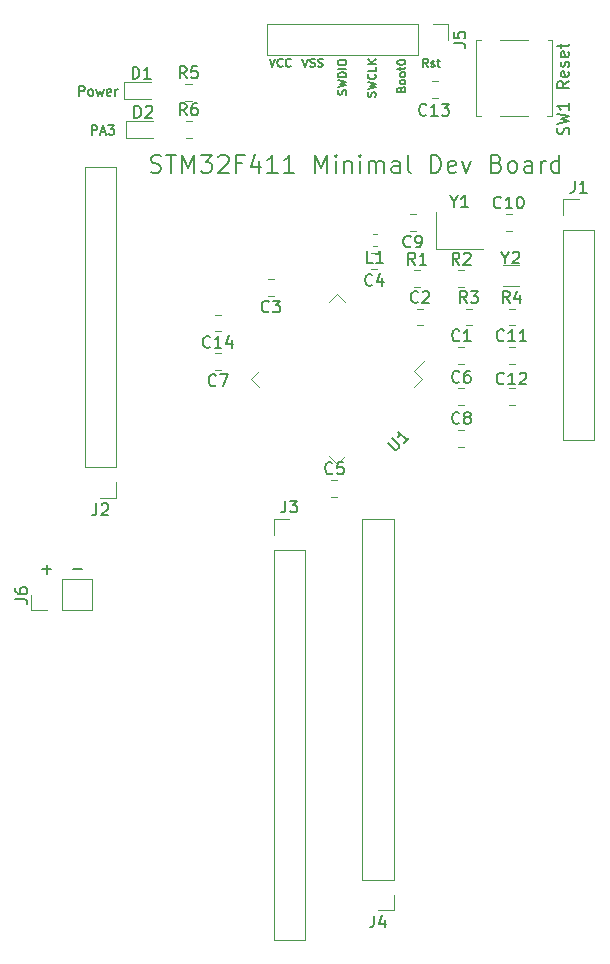
<source format=gbr>
G04 #@! TF.GenerationSoftware,KiCad,Pcbnew,5.1.2*
G04 #@! TF.CreationDate,2019-05-17T11:59:17-05:00*
G04 #@! TF.ProjectId,STM32F411Minimal,53544d33-3246-4343-9131-4d696e696d61,rev?*
G04 #@! TF.SameCoordinates,Original*
G04 #@! TF.FileFunction,Legend,Top*
G04 #@! TF.FilePolarity,Positive*
%FSLAX46Y46*%
G04 Gerber Fmt 4.6, Leading zero omitted, Abs format (unit mm)*
G04 Created by KiCad (PCBNEW 5.1.2) date 2019-05-17 11:59:17*
%MOMM*%
%LPD*%
G04 APERTURE LIST*
%ADD10C,0.150000*%
%ADD11C,0.120000*%
G04 APERTURE END LIST*
D10*
X111069047Y-126371428D02*
X111830952Y-126371428D01*
X111450000Y-126752380D02*
X111450000Y-125990476D01*
X113669047Y-126371428D02*
X114430952Y-126371428D01*
X155652380Y-85038095D02*
X155176190Y-85371428D01*
X155652380Y-85609523D02*
X154652380Y-85609523D01*
X154652380Y-85228571D01*
X154700000Y-85133333D01*
X154747619Y-85085714D01*
X154842857Y-85038095D01*
X154985714Y-85038095D01*
X155080952Y-85085714D01*
X155128571Y-85133333D01*
X155176190Y-85228571D01*
X155176190Y-85609523D01*
X155604761Y-84228571D02*
X155652380Y-84323809D01*
X155652380Y-84514285D01*
X155604761Y-84609523D01*
X155509523Y-84657142D01*
X155128571Y-84657142D01*
X155033333Y-84609523D01*
X154985714Y-84514285D01*
X154985714Y-84323809D01*
X155033333Y-84228571D01*
X155128571Y-84180952D01*
X155223809Y-84180952D01*
X155319047Y-84657142D01*
X155604761Y-83800000D02*
X155652380Y-83704761D01*
X155652380Y-83514285D01*
X155604761Y-83419047D01*
X155509523Y-83371428D01*
X155461904Y-83371428D01*
X155366666Y-83419047D01*
X155319047Y-83514285D01*
X155319047Y-83657142D01*
X155271428Y-83752380D01*
X155176190Y-83800000D01*
X155128571Y-83800000D01*
X155033333Y-83752380D01*
X154985714Y-83657142D01*
X154985714Y-83514285D01*
X155033333Y-83419047D01*
X155604761Y-82561904D02*
X155652380Y-82657142D01*
X155652380Y-82847619D01*
X155604761Y-82942857D01*
X155509523Y-82990476D01*
X155128571Y-82990476D01*
X155033333Y-82942857D01*
X154985714Y-82847619D01*
X154985714Y-82657142D01*
X155033333Y-82561904D01*
X155128571Y-82514285D01*
X155223809Y-82514285D01*
X155319047Y-82990476D01*
X154985714Y-82228571D02*
X154985714Y-81847619D01*
X154652380Y-82085714D02*
X155509523Y-82085714D01*
X155604761Y-82038095D01*
X155652380Y-81942857D01*
X155652380Y-81847619D01*
X115266666Y-89561904D02*
X115266666Y-88761904D01*
X115571428Y-88761904D01*
X115647619Y-88800000D01*
X115685714Y-88838095D01*
X115723809Y-88914285D01*
X115723809Y-89028571D01*
X115685714Y-89104761D01*
X115647619Y-89142857D01*
X115571428Y-89180952D01*
X115266666Y-89180952D01*
X116028571Y-89333333D02*
X116409523Y-89333333D01*
X115952380Y-89561904D02*
X116219047Y-88761904D01*
X116485714Y-89561904D01*
X116676190Y-88761904D02*
X117171428Y-88761904D01*
X116904761Y-89066666D01*
X117019047Y-89066666D01*
X117095238Y-89104761D01*
X117133333Y-89142857D01*
X117171428Y-89219047D01*
X117171428Y-89409523D01*
X117133333Y-89485714D01*
X117095238Y-89523809D01*
X117019047Y-89561904D01*
X116790476Y-89561904D01*
X116714285Y-89523809D01*
X116676190Y-89485714D01*
X114219047Y-86261904D02*
X114219047Y-85461904D01*
X114523809Y-85461904D01*
X114600000Y-85500000D01*
X114638095Y-85538095D01*
X114676190Y-85614285D01*
X114676190Y-85728571D01*
X114638095Y-85804761D01*
X114600000Y-85842857D01*
X114523809Y-85880952D01*
X114219047Y-85880952D01*
X115133333Y-86261904D02*
X115057142Y-86223809D01*
X115019047Y-86185714D01*
X114980952Y-86109523D01*
X114980952Y-85880952D01*
X115019047Y-85804761D01*
X115057142Y-85766666D01*
X115133333Y-85728571D01*
X115247619Y-85728571D01*
X115323809Y-85766666D01*
X115361904Y-85804761D01*
X115400000Y-85880952D01*
X115400000Y-86109523D01*
X115361904Y-86185714D01*
X115323809Y-86223809D01*
X115247619Y-86261904D01*
X115133333Y-86261904D01*
X115666666Y-85728571D02*
X115819047Y-86261904D01*
X115971428Y-85880952D01*
X116123809Y-86261904D01*
X116276190Y-85728571D01*
X116885714Y-86223809D02*
X116809523Y-86261904D01*
X116657142Y-86261904D01*
X116580952Y-86223809D01*
X116542857Y-86147619D01*
X116542857Y-85842857D01*
X116580952Y-85766666D01*
X116657142Y-85728571D01*
X116809523Y-85728571D01*
X116885714Y-85766666D01*
X116923809Y-85842857D01*
X116923809Y-85919047D01*
X116542857Y-85995238D01*
X117266666Y-86261904D02*
X117266666Y-85728571D01*
X117266666Y-85880952D02*
X117304761Y-85804761D01*
X117342857Y-85766666D01*
X117419047Y-85728571D01*
X117495238Y-85728571D01*
X143733333Y-83816666D02*
X143500000Y-83483333D01*
X143333333Y-83816666D02*
X143333333Y-83116666D01*
X143600000Y-83116666D01*
X143666666Y-83150000D01*
X143700000Y-83183333D01*
X143733333Y-83250000D01*
X143733333Y-83350000D01*
X143700000Y-83416666D01*
X143666666Y-83450000D01*
X143600000Y-83483333D01*
X143333333Y-83483333D01*
X144000000Y-83783333D02*
X144066666Y-83816666D01*
X144200000Y-83816666D01*
X144266666Y-83783333D01*
X144300000Y-83716666D01*
X144300000Y-83683333D01*
X144266666Y-83616666D01*
X144200000Y-83583333D01*
X144100000Y-83583333D01*
X144033333Y-83550000D01*
X144000000Y-83483333D01*
X144000000Y-83450000D01*
X144033333Y-83383333D01*
X144100000Y-83350000D01*
X144200000Y-83350000D01*
X144266666Y-83383333D01*
X144500000Y-83350000D02*
X144766666Y-83350000D01*
X144600000Y-83116666D02*
X144600000Y-83716666D01*
X144633333Y-83783333D01*
X144700000Y-83816666D01*
X144766666Y-83816666D01*
X141450000Y-85716666D02*
X141483333Y-85616666D01*
X141516666Y-85583333D01*
X141583333Y-85550000D01*
X141683333Y-85550000D01*
X141750000Y-85583333D01*
X141783333Y-85616666D01*
X141816666Y-85683333D01*
X141816666Y-85950000D01*
X141116666Y-85950000D01*
X141116666Y-85716666D01*
X141150000Y-85650000D01*
X141183333Y-85616666D01*
X141250000Y-85583333D01*
X141316666Y-85583333D01*
X141383333Y-85616666D01*
X141416666Y-85650000D01*
X141450000Y-85716666D01*
X141450000Y-85950000D01*
X141816666Y-85150000D02*
X141783333Y-85216666D01*
X141750000Y-85250000D01*
X141683333Y-85283333D01*
X141483333Y-85283333D01*
X141416666Y-85250000D01*
X141383333Y-85216666D01*
X141350000Y-85150000D01*
X141350000Y-85050000D01*
X141383333Y-84983333D01*
X141416666Y-84950000D01*
X141483333Y-84916666D01*
X141683333Y-84916666D01*
X141750000Y-84950000D01*
X141783333Y-84983333D01*
X141816666Y-85050000D01*
X141816666Y-85150000D01*
X141816666Y-84516666D02*
X141783333Y-84583333D01*
X141750000Y-84616666D01*
X141683333Y-84650000D01*
X141483333Y-84650000D01*
X141416666Y-84616666D01*
X141383333Y-84583333D01*
X141350000Y-84516666D01*
X141350000Y-84416666D01*
X141383333Y-84350000D01*
X141416666Y-84316666D01*
X141483333Y-84283333D01*
X141683333Y-84283333D01*
X141750000Y-84316666D01*
X141783333Y-84350000D01*
X141816666Y-84416666D01*
X141816666Y-84516666D01*
X141350000Y-84083333D02*
X141350000Y-83816666D01*
X141116666Y-83983333D02*
X141716666Y-83983333D01*
X141783333Y-83950000D01*
X141816666Y-83883333D01*
X141816666Y-83816666D01*
X141116666Y-83450000D02*
X141116666Y-83383333D01*
X141150000Y-83316666D01*
X141183333Y-83283333D01*
X141250000Y-83250000D01*
X141383333Y-83216666D01*
X141550000Y-83216666D01*
X141683333Y-83250000D01*
X141750000Y-83283333D01*
X141783333Y-83316666D01*
X141816666Y-83383333D01*
X141816666Y-83450000D01*
X141783333Y-83516666D01*
X141750000Y-83550000D01*
X141683333Y-83583333D01*
X141550000Y-83616666D01*
X141383333Y-83616666D01*
X141250000Y-83583333D01*
X141183333Y-83550000D01*
X141150000Y-83516666D01*
X141116666Y-83450000D01*
X139283333Y-86333333D02*
X139316666Y-86233333D01*
X139316666Y-86066666D01*
X139283333Y-86000000D01*
X139250000Y-85966666D01*
X139183333Y-85933333D01*
X139116666Y-85933333D01*
X139050000Y-85966666D01*
X139016666Y-86000000D01*
X138983333Y-86066666D01*
X138950000Y-86200000D01*
X138916666Y-86266666D01*
X138883333Y-86300000D01*
X138816666Y-86333333D01*
X138750000Y-86333333D01*
X138683333Y-86300000D01*
X138650000Y-86266666D01*
X138616666Y-86200000D01*
X138616666Y-86033333D01*
X138650000Y-85933333D01*
X138616666Y-85700000D02*
X139316666Y-85533333D01*
X138816666Y-85400000D01*
X139316666Y-85266666D01*
X138616666Y-85100000D01*
X139250000Y-84433333D02*
X139283333Y-84466666D01*
X139316666Y-84566666D01*
X139316666Y-84633333D01*
X139283333Y-84733333D01*
X139216666Y-84800000D01*
X139150000Y-84833333D01*
X139016666Y-84866666D01*
X138916666Y-84866666D01*
X138783333Y-84833333D01*
X138716666Y-84800000D01*
X138650000Y-84733333D01*
X138616666Y-84633333D01*
X138616666Y-84566666D01*
X138650000Y-84466666D01*
X138683333Y-84433333D01*
X139316666Y-83800000D02*
X139316666Y-84133333D01*
X138616666Y-84133333D01*
X139316666Y-83566666D02*
X138616666Y-83566666D01*
X139316666Y-83166666D02*
X138916666Y-83466666D01*
X138616666Y-83166666D02*
X139016666Y-83566666D01*
X136783333Y-86183333D02*
X136816666Y-86083333D01*
X136816666Y-85916666D01*
X136783333Y-85850000D01*
X136750000Y-85816666D01*
X136683333Y-85783333D01*
X136616666Y-85783333D01*
X136550000Y-85816666D01*
X136516666Y-85850000D01*
X136483333Y-85916666D01*
X136450000Y-86050000D01*
X136416666Y-86116666D01*
X136383333Y-86150000D01*
X136316666Y-86183333D01*
X136250000Y-86183333D01*
X136183333Y-86150000D01*
X136150000Y-86116666D01*
X136116666Y-86050000D01*
X136116666Y-85883333D01*
X136150000Y-85783333D01*
X136116666Y-85550000D02*
X136816666Y-85383333D01*
X136316666Y-85250000D01*
X136816666Y-85116666D01*
X136116666Y-84950000D01*
X136816666Y-84683333D02*
X136116666Y-84683333D01*
X136116666Y-84516666D01*
X136150000Y-84416666D01*
X136216666Y-84350000D01*
X136283333Y-84316666D01*
X136416666Y-84283333D01*
X136516666Y-84283333D01*
X136650000Y-84316666D01*
X136716666Y-84350000D01*
X136783333Y-84416666D01*
X136816666Y-84516666D01*
X136816666Y-84683333D01*
X136816666Y-83983333D02*
X136116666Y-83983333D01*
X136116666Y-83516666D02*
X136116666Y-83383333D01*
X136150000Y-83316666D01*
X136216666Y-83250000D01*
X136350000Y-83216666D01*
X136583333Y-83216666D01*
X136716666Y-83250000D01*
X136783333Y-83316666D01*
X136816666Y-83383333D01*
X136816666Y-83516666D01*
X136783333Y-83583333D01*
X136716666Y-83650000D01*
X136583333Y-83683333D01*
X136350000Y-83683333D01*
X136216666Y-83650000D01*
X136150000Y-83583333D01*
X136116666Y-83516666D01*
X133100000Y-83116666D02*
X133333333Y-83816666D01*
X133566666Y-83116666D01*
X133766666Y-83783333D02*
X133866666Y-83816666D01*
X134033333Y-83816666D01*
X134100000Y-83783333D01*
X134133333Y-83750000D01*
X134166666Y-83683333D01*
X134166666Y-83616666D01*
X134133333Y-83550000D01*
X134100000Y-83516666D01*
X134033333Y-83483333D01*
X133900000Y-83450000D01*
X133833333Y-83416666D01*
X133800000Y-83383333D01*
X133766666Y-83316666D01*
X133766666Y-83250000D01*
X133800000Y-83183333D01*
X133833333Y-83150000D01*
X133900000Y-83116666D01*
X134066666Y-83116666D01*
X134166666Y-83150000D01*
X134433333Y-83783333D02*
X134533333Y-83816666D01*
X134700000Y-83816666D01*
X134766666Y-83783333D01*
X134800000Y-83750000D01*
X134833333Y-83683333D01*
X134833333Y-83616666D01*
X134800000Y-83550000D01*
X134766666Y-83516666D01*
X134700000Y-83483333D01*
X134566666Y-83450000D01*
X134500000Y-83416666D01*
X134466666Y-83383333D01*
X134433333Y-83316666D01*
X134433333Y-83250000D01*
X134466666Y-83183333D01*
X134500000Y-83150000D01*
X134566666Y-83116666D01*
X134733333Y-83116666D01*
X134833333Y-83150000D01*
X130316666Y-83116666D02*
X130550000Y-83816666D01*
X130783333Y-83116666D01*
X131416666Y-83750000D02*
X131383333Y-83783333D01*
X131283333Y-83816666D01*
X131216666Y-83816666D01*
X131116666Y-83783333D01*
X131050000Y-83716666D01*
X131016666Y-83650000D01*
X130983333Y-83516666D01*
X130983333Y-83416666D01*
X131016666Y-83283333D01*
X131050000Y-83216666D01*
X131116666Y-83150000D01*
X131216666Y-83116666D01*
X131283333Y-83116666D01*
X131383333Y-83150000D01*
X131416666Y-83183333D01*
X132116666Y-83750000D02*
X132083333Y-83783333D01*
X131983333Y-83816666D01*
X131916666Y-83816666D01*
X131816666Y-83783333D01*
X131750000Y-83716666D01*
X131716666Y-83650000D01*
X131683333Y-83516666D01*
X131683333Y-83416666D01*
X131716666Y-83283333D01*
X131750000Y-83216666D01*
X131816666Y-83150000D01*
X131916666Y-83116666D01*
X131983333Y-83116666D01*
X132083333Y-83150000D01*
X132116666Y-83183333D01*
X120278571Y-92707142D02*
X120492857Y-92778571D01*
X120849999Y-92778571D01*
X120992857Y-92707142D01*
X121064285Y-92635714D01*
X121135714Y-92492857D01*
X121135714Y-92350000D01*
X121064285Y-92207142D01*
X120992857Y-92135714D01*
X120849999Y-92064285D01*
X120564285Y-91992857D01*
X120421428Y-91921428D01*
X120349999Y-91850000D01*
X120278571Y-91707142D01*
X120278571Y-91564285D01*
X120349999Y-91421428D01*
X120421428Y-91350000D01*
X120564285Y-91278571D01*
X120921428Y-91278571D01*
X121135714Y-91350000D01*
X121564285Y-91278571D02*
X122421428Y-91278571D01*
X121992857Y-92778571D02*
X121992857Y-91278571D01*
X122921428Y-92778571D02*
X122921428Y-91278571D01*
X123421428Y-92350000D01*
X123921428Y-91278571D01*
X123921428Y-92778571D01*
X124492857Y-91278571D02*
X125421428Y-91278571D01*
X124921428Y-91850000D01*
X125135714Y-91850000D01*
X125278571Y-91921428D01*
X125349999Y-91992857D01*
X125421428Y-92135714D01*
X125421428Y-92492857D01*
X125349999Y-92635714D01*
X125278571Y-92707142D01*
X125135714Y-92778571D01*
X124707142Y-92778571D01*
X124564285Y-92707142D01*
X124492857Y-92635714D01*
X125992857Y-91421428D02*
X126064285Y-91350000D01*
X126207142Y-91278571D01*
X126564285Y-91278571D01*
X126707142Y-91350000D01*
X126778571Y-91421428D01*
X126849999Y-91564285D01*
X126849999Y-91707142D01*
X126778571Y-91921428D01*
X125921428Y-92778571D01*
X126849999Y-92778571D01*
X127992857Y-91992857D02*
X127492857Y-91992857D01*
X127492857Y-92778571D02*
X127492857Y-91278571D01*
X128207142Y-91278571D01*
X129421428Y-91778571D02*
X129421428Y-92778571D01*
X129064285Y-91207142D02*
X128707142Y-92278571D01*
X129635714Y-92278571D01*
X130992857Y-92778571D02*
X130135714Y-92778571D01*
X130564285Y-92778571D02*
X130564285Y-91278571D01*
X130421428Y-91492857D01*
X130278571Y-91635714D01*
X130135714Y-91707142D01*
X132421428Y-92778571D02*
X131564285Y-92778571D01*
X131992857Y-92778571D02*
X131992857Y-91278571D01*
X131849999Y-91492857D01*
X131707142Y-91635714D01*
X131564285Y-91707142D01*
X134207142Y-92778571D02*
X134207142Y-91278571D01*
X134707142Y-92350000D01*
X135207142Y-91278571D01*
X135207142Y-92778571D01*
X135921428Y-92778571D02*
X135921428Y-91778571D01*
X135921428Y-91278571D02*
X135850000Y-91350000D01*
X135921428Y-91421428D01*
X135992857Y-91350000D01*
X135921428Y-91278571D01*
X135921428Y-91421428D01*
X136635714Y-91778571D02*
X136635714Y-92778571D01*
X136635714Y-91921428D02*
X136707142Y-91850000D01*
X136850000Y-91778571D01*
X137064285Y-91778571D01*
X137207142Y-91850000D01*
X137278571Y-91992857D01*
X137278571Y-92778571D01*
X137992857Y-92778571D02*
X137992857Y-91778571D01*
X137992857Y-91278571D02*
X137921428Y-91350000D01*
X137992857Y-91421428D01*
X138064285Y-91350000D01*
X137992857Y-91278571D01*
X137992857Y-91421428D01*
X138707142Y-92778571D02*
X138707142Y-91778571D01*
X138707142Y-91921428D02*
X138778571Y-91850000D01*
X138921428Y-91778571D01*
X139135714Y-91778571D01*
X139278571Y-91850000D01*
X139350000Y-91992857D01*
X139350000Y-92778571D01*
X139350000Y-91992857D02*
X139421428Y-91850000D01*
X139564285Y-91778571D01*
X139778571Y-91778571D01*
X139921428Y-91850000D01*
X139992857Y-91992857D01*
X139992857Y-92778571D01*
X141350000Y-92778571D02*
X141350000Y-91992857D01*
X141278571Y-91850000D01*
X141135714Y-91778571D01*
X140850000Y-91778571D01*
X140707142Y-91850000D01*
X141350000Y-92707142D02*
X141207142Y-92778571D01*
X140850000Y-92778571D01*
X140707142Y-92707142D01*
X140635714Y-92564285D01*
X140635714Y-92421428D01*
X140707142Y-92278571D01*
X140850000Y-92207142D01*
X141207142Y-92207142D01*
X141350000Y-92135714D01*
X142278571Y-92778571D02*
X142135714Y-92707142D01*
X142064285Y-92564285D01*
X142064285Y-91278571D01*
X143992857Y-92778571D02*
X143992857Y-91278571D01*
X144350000Y-91278571D01*
X144564285Y-91350000D01*
X144707142Y-91492857D01*
X144778571Y-91635714D01*
X144850000Y-91921428D01*
X144850000Y-92135714D01*
X144778571Y-92421428D01*
X144707142Y-92564285D01*
X144564285Y-92707142D01*
X144350000Y-92778571D01*
X143992857Y-92778571D01*
X146064285Y-92707142D02*
X145921428Y-92778571D01*
X145635714Y-92778571D01*
X145492857Y-92707142D01*
X145421428Y-92564285D01*
X145421428Y-91992857D01*
X145492857Y-91850000D01*
X145635714Y-91778571D01*
X145921428Y-91778571D01*
X146064285Y-91850000D01*
X146135714Y-91992857D01*
X146135714Y-92135714D01*
X145421428Y-92278571D01*
X146635714Y-91778571D02*
X146992857Y-92778571D01*
X147350000Y-91778571D01*
X149564285Y-91992857D02*
X149778571Y-92064285D01*
X149850000Y-92135714D01*
X149921428Y-92278571D01*
X149921428Y-92492857D01*
X149850000Y-92635714D01*
X149778571Y-92707142D01*
X149635714Y-92778571D01*
X149064285Y-92778571D01*
X149064285Y-91278571D01*
X149564285Y-91278571D01*
X149707142Y-91350000D01*
X149778571Y-91421428D01*
X149850000Y-91564285D01*
X149850000Y-91707142D01*
X149778571Y-91850000D01*
X149707142Y-91921428D01*
X149564285Y-91992857D01*
X149064285Y-91992857D01*
X150778571Y-92778571D02*
X150635714Y-92707142D01*
X150564285Y-92635714D01*
X150492857Y-92492857D01*
X150492857Y-92064285D01*
X150564285Y-91921428D01*
X150635714Y-91850000D01*
X150778571Y-91778571D01*
X150992857Y-91778571D01*
X151135714Y-91850000D01*
X151207142Y-91921428D01*
X151278571Y-92064285D01*
X151278571Y-92492857D01*
X151207142Y-92635714D01*
X151135714Y-92707142D01*
X150992857Y-92778571D01*
X150778571Y-92778571D01*
X152564285Y-92778571D02*
X152564285Y-91992857D01*
X152492857Y-91850000D01*
X152350000Y-91778571D01*
X152064285Y-91778571D01*
X151921428Y-91850000D01*
X152564285Y-92707142D02*
X152421428Y-92778571D01*
X152064285Y-92778571D01*
X151921428Y-92707142D01*
X151850000Y-92564285D01*
X151850000Y-92421428D01*
X151921428Y-92278571D01*
X152064285Y-92207142D01*
X152421428Y-92207142D01*
X152564285Y-92135714D01*
X153278571Y-92778571D02*
X153278571Y-91778571D01*
X153278571Y-92064285D02*
X153350000Y-91921428D01*
X153421428Y-91850000D01*
X153564285Y-91778571D01*
X153707142Y-91778571D01*
X154850000Y-92778571D02*
X154850000Y-91278571D01*
X154850000Y-92707142D02*
X154707142Y-92778571D01*
X154421428Y-92778571D01*
X154278571Y-92707142D01*
X154207142Y-92635714D01*
X154135714Y-92492857D01*
X154135714Y-92064285D01*
X154207142Y-91921428D01*
X154278571Y-91850000D01*
X154421428Y-91778571D01*
X154707142Y-91778571D01*
X154850000Y-91850000D01*
D11*
X146303922Y-107540000D02*
X146821078Y-107540000D01*
X146303922Y-108960000D02*
X146821078Y-108960000D01*
X142803922Y-105710000D02*
X143321078Y-105710000D01*
X142803922Y-104290000D02*
X143321078Y-104290000D01*
X130696078Y-101790000D02*
X130178922Y-101790000D01*
X130696078Y-103210000D02*
X130178922Y-103210000D01*
X139446078Y-100960000D02*
X138928922Y-100960000D01*
X139446078Y-99540000D02*
X138928922Y-99540000D01*
X135553922Y-118790000D02*
X136071078Y-118790000D01*
X135553922Y-120210000D02*
X136071078Y-120210000D01*
X146303922Y-112460000D02*
X146821078Y-112460000D01*
X146303922Y-111040000D02*
X146821078Y-111040000D01*
X126196078Y-109460000D02*
X125678922Y-109460000D01*
X126196078Y-108040000D02*
X125678922Y-108040000D01*
X146303922Y-115960000D02*
X146821078Y-115960000D01*
X146303922Y-114540000D02*
X146821078Y-114540000D01*
X142696078Y-97710000D02*
X142178922Y-97710000D01*
X142696078Y-96290000D02*
X142178922Y-96290000D01*
X150303922Y-97710000D02*
X150821078Y-97710000D01*
X150303922Y-96290000D02*
X150821078Y-96290000D01*
X150553922Y-107540000D02*
X151071078Y-107540000D01*
X150553922Y-108960000D02*
X151071078Y-108960000D01*
X151071078Y-111040000D02*
X150553922Y-111040000D01*
X151071078Y-112460000D02*
X150553922Y-112460000D01*
X144053922Y-85040000D02*
X144571078Y-85040000D01*
X144053922Y-86460000D02*
X144571078Y-86460000D01*
X126196078Y-104790000D02*
X125678922Y-104790000D01*
X126196078Y-106210000D02*
X125678922Y-106210000D01*
X155170000Y-115450000D02*
X157830000Y-115450000D01*
X155170000Y-97610000D02*
X155170000Y-115450000D01*
X157830000Y-97610000D02*
X157830000Y-115450000D01*
X155170000Y-97610000D02*
X157830000Y-97610000D01*
X155170000Y-96340000D02*
X155170000Y-95010000D01*
X155170000Y-95010000D02*
X156500000Y-95010000D01*
X117330000Y-92270000D02*
X114670000Y-92270000D01*
X117330000Y-117730000D02*
X117330000Y-92270000D01*
X114670000Y-117730000D02*
X114670000Y-92270000D01*
X117330000Y-117730000D02*
X114670000Y-117730000D01*
X117330000Y-119000000D02*
X117330000Y-120330000D01*
X117330000Y-120330000D02*
X116000000Y-120330000D01*
X130670000Y-157770000D02*
X133330000Y-157770000D01*
X130670000Y-124690000D02*
X130670000Y-157770000D01*
X133330000Y-124690000D02*
X133330000Y-157770000D01*
X130670000Y-124690000D02*
X133330000Y-124690000D01*
X130670000Y-123420000D02*
X130670000Y-122090000D01*
X130670000Y-122090000D02*
X132000000Y-122090000D01*
X140830000Y-122090000D02*
X138170000Y-122090000D01*
X140830000Y-152630000D02*
X140830000Y-122090000D01*
X138170000Y-152630000D02*
X138170000Y-122090000D01*
X140830000Y-152630000D02*
X138170000Y-152630000D01*
X140830000Y-153900000D02*
X140830000Y-155230000D01*
X140830000Y-155230000D02*
X139500000Y-155230000D01*
X130090000Y-80170000D02*
X130090000Y-82830000D01*
X142850000Y-80170000D02*
X130090000Y-80170000D01*
X142850000Y-82830000D02*
X130090000Y-82830000D01*
X142850000Y-80170000D02*
X142850000Y-82830000D01*
X144120000Y-80170000D02*
X145450000Y-80170000D01*
X145450000Y-80170000D02*
X145450000Y-81500000D01*
X142553922Y-102460000D02*
X143071078Y-102460000D01*
X142553922Y-101040000D02*
X143071078Y-101040000D01*
X146303922Y-101040000D02*
X146821078Y-101040000D01*
X146303922Y-102460000D02*
X146821078Y-102460000D01*
X146928922Y-104290000D02*
X147446078Y-104290000D01*
X146928922Y-105710000D02*
X147446078Y-105710000D01*
X150553922Y-105710000D02*
X151071078Y-105710000D01*
X150553922Y-104290000D02*
X151071078Y-104290000D01*
X153800000Y-87960000D02*
X154210000Y-87960000D01*
X154210000Y-87960000D02*
X154210000Y-81540000D01*
X154210000Y-81540000D02*
X153930000Y-81540000D01*
X152200000Y-81540000D02*
X149800000Y-81540000D01*
X148200000Y-81540000D02*
X147790000Y-81540000D01*
X147790000Y-81540000D02*
X147790000Y-87960000D01*
X147790000Y-87960000D02*
X148200000Y-87960000D01*
X149800000Y-87960000D02*
X152200000Y-87960000D01*
X129445120Y-109578249D02*
X128773369Y-110250000D01*
X128773369Y-110250000D02*
X129445120Y-110921751D01*
X135328249Y-103695120D02*
X136000000Y-103023369D01*
X136000000Y-103023369D02*
X136671751Y-103695120D01*
X136671751Y-116804880D02*
X136000000Y-117476631D01*
X136000000Y-117476631D02*
X135328249Y-116804880D01*
X142554880Y-110921751D02*
X143226631Y-110250000D01*
X143226631Y-110250000D02*
X142554880Y-109578249D01*
X142554880Y-109578249D02*
X143502403Y-108630725D01*
X144400000Y-96125000D02*
X144400000Y-99275000D01*
X144400000Y-99275000D02*
X148400000Y-99275000D01*
X151425000Y-100625000D02*
X150075000Y-100625000D01*
X151425000Y-102375000D02*
X150075000Y-102375000D01*
X139412779Y-99010000D02*
X139087221Y-99010000D01*
X139412779Y-97990000D02*
X139087221Y-97990000D01*
X120262500Y-85060001D02*
X117977500Y-85060001D01*
X117977500Y-85060001D02*
X117977500Y-86530001D01*
X117977500Y-86530001D02*
X120262500Y-86530001D01*
X123196423Y-85265001D02*
X123713579Y-85265001D01*
X123196423Y-86685001D02*
X123713579Y-86685001D01*
X120412500Y-88365000D02*
X118127500Y-88365000D01*
X118127500Y-88365000D02*
X118127500Y-89835000D01*
X118127500Y-89835000D02*
X120412500Y-89835000D01*
X123203922Y-88390000D02*
X123721078Y-88390000D01*
X123203922Y-89810000D02*
X123721078Y-89810000D01*
X115320000Y-129830000D02*
X115320000Y-127170000D01*
X112720000Y-129830000D02*
X115320000Y-129830000D01*
X112720000Y-127170000D02*
X115320000Y-127170000D01*
X112720000Y-129830000D02*
X112720000Y-127170000D01*
X111450000Y-129830000D02*
X110120000Y-129830000D01*
X110120000Y-129830000D02*
X110120000Y-128500000D01*
D10*
X146395833Y-106957142D02*
X146348214Y-107004761D01*
X146205357Y-107052380D01*
X146110119Y-107052380D01*
X145967261Y-107004761D01*
X145872023Y-106909523D01*
X145824404Y-106814285D01*
X145776785Y-106623809D01*
X145776785Y-106480952D01*
X145824404Y-106290476D01*
X145872023Y-106195238D01*
X145967261Y-106100000D01*
X146110119Y-106052380D01*
X146205357Y-106052380D01*
X146348214Y-106100000D01*
X146395833Y-106147619D01*
X147348214Y-107052380D02*
X146776785Y-107052380D01*
X147062500Y-107052380D02*
X147062500Y-106052380D01*
X146967261Y-106195238D01*
X146872023Y-106290476D01*
X146776785Y-106338095D01*
X142895833Y-103707142D02*
X142848214Y-103754761D01*
X142705357Y-103802380D01*
X142610119Y-103802380D01*
X142467261Y-103754761D01*
X142372023Y-103659523D01*
X142324404Y-103564285D01*
X142276785Y-103373809D01*
X142276785Y-103230952D01*
X142324404Y-103040476D01*
X142372023Y-102945238D01*
X142467261Y-102850000D01*
X142610119Y-102802380D01*
X142705357Y-102802380D01*
X142848214Y-102850000D01*
X142895833Y-102897619D01*
X143276785Y-102897619D02*
X143324404Y-102850000D01*
X143419642Y-102802380D01*
X143657738Y-102802380D01*
X143752976Y-102850000D01*
X143800595Y-102897619D01*
X143848214Y-102992857D01*
X143848214Y-103088095D01*
X143800595Y-103230952D01*
X143229166Y-103802380D01*
X143848214Y-103802380D01*
X130270833Y-104507142D02*
X130223214Y-104554761D01*
X130080357Y-104602380D01*
X129985119Y-104602380D01*
X129842261Y-104554761D01*
X129747023Y-104459523D01*
X129699404Y-104364285D01*
X129651785Y-104173809D01*
X129651785Y-104030952D01*
X129699404Y-103840476D01*
X129747023Y-103745238D01*
X129842261Y-103650000D01*
X129985119Y-103602380D01*
X130080357Y-103602380D01*
X130223214Y-103650000D01*
X130270833Y-103697619D01*
X130604166Y-103602380D02*
X131223214Y-103602380D01*
X130889880Y-103983333D01*
X131032738Y-103983333D01*
X131127976Y-104030952D01*
X131175595Y-104078571D01*
X131223214Y-104173809D01*
X131223214Y-104411904D01*
X131175595Y-104507142D01*
X131127976Y-104554761D01*
X131032738Y-104602380D01*
X130747023Y-104602380D01*
X130651785Y-104554761D01*
X130604166Y-104507142D01*
X139020833Y-102257142D02*
X138973214Y-102304761D01*
X138830357Y-102352380D01*
X138735119Y-102352380D01*
X138592261Y-102304761D01*
X138497023Y-102209523D01*
X138449404Y-102114285D01*
X138401785Y-101923809D01*
X138401785Y-101780952D01*
X138449404Y-101590476D01*
X138497023Y-101495238D01*
X138592261Y-101400000D01*
X138735119Y-101352380D01*
X138830357Y-101352380D01*
X138973214Y-101400000D01*
X139020833Y-101447619D01*
X139877976Y-101685714D02*
X139877976Y-102352380D01*
X139639880Y-101304761D02*
X139401785Y-102019047D01*
X140020833Y-102019047D01*
X135645833Y-118207142D02*
X135598214Y-118254761D01*
X135455357Y-118302380D01*
X135360119Y-118302380D01*
X135217261Y-118254761D01*
X135122023Y-118159523D01*
X135074404Y-118064285D01*
X135026785Y-117873809D01*
X135026785Y-117730952D01*
X135074404Y-117540476D01*
X135122023Y-117445238D01*
X135217261Y-117350000D01*
X135360119Y-117302380D01*
X135455357Y-117302380D01*
X135598214Y-117350000D01*
X135645833Y-117397619D01*
X136550595Y-117302380D02*
X136074404Y-117302380D01*
X136026785Y-117778571D01*
X136074404Y-117730952D01*
X136169642Y-117683333D01*
X136407738Y-117683333D01*
X136502976Y-117730952D01*
X136550595Y-117778571D01*
X136598214Y-117873809D01*
X136598214Y-118111904D01*
X136550595Y-118207142D01*
X136502976Y-118254761D01*
X136407738Y-118302380D01*
X136169642Y-118302380D01*
X136074404Y-118254761D01*
X136026785Y-118207142D01*
X146395833Y-110457142D02*
X146348214Y-110504761D01*
X146205357Y-110552380D01*
X146110119Y-110552380D01*
X145967261Y-110504761D01*
X145872023Y-110409523D01*
X145824404Y-110314285D01*
X145776785Y-110123809D01*
X145776785Y-109980952D01*
X145824404Y-109790476D01*
X145872023Y-109695238D01*
X145967261Y-109600000D01*
X146110119Y-109552380D01*
X146205357Y-109552380D01*
X146348214Y-109600000D01*
X146395833Y-109647619D01*
X147252976Y-109552380D02*
X147062500Y-109552380D01*
X146967261Y-109600000D01*
X146919642Y-109647619D01*
X146824404Y-109790476D01*
X146776785Y-109980952D01*
X146776785Y-110361904D01*
X146824404Y-110457142D01*
X146872023Y-110504761D01*
X146967261Y-110552380D01*
X147157738Y-110552380D01*
X147252976Y-110504761D01*
X147300595Y-110457142D01*
X147348214Y-110361904D01*
X147348214Y-110123809D01*
X147300595Y-110028571D01*
X147252976Y-109980952D01*
X147157738Y-109933333D01*
X146967261Y-109933333D01*
X146872023Y-109980952D01*
X146824404Y-110028571D01*
X146776785Y-110123809D01*
X125770833Y-110757142D02*
X125723214Y-110804761D01*
X125580357Y-110852380D01*
X125485119Y-110852380D01*
X125342261Y-110804761D01*
X125247023Y-110709523D01*
X125199404Y-110614285D01*
X125151785Y-110423809D01*
X125151785Y-110280952D01*
X125199404Y-110090476D01*
X125247023Y-109995238D01*
X125342261Y-109900000D01*
X125485119Y-109852380D01*
X125580357Y-109852380D01*
X125723214Y-109900000D01*
X125770833Y-109947619D01*
X126104166Y-109852380D02*
X126770833Y-109852380D01*
X126342261Y-110852380D01*
X146395833Y-113957142D02*
X146348214Y-114004761D01*
X146205357Y-114052380D01*
X146110119Y-114052380D01*
X145967261Y-114004761D01*
X145872023Y-113909523D01*
X145824404Y-113814285D01*
X145776785Y-113623809D01*
X145776785Y-113480952D01*
X145824404Y-113290476D01*
X145872023Y-113195238D01*
X145967261Y-113100000D01*
X146110119Y-113052380D01*
X146205357Y-113052380D01*
X146348214Y-113100000D01*
X146395833Y-113147619D01*
X146967261Y-113480952D02*
X146872023Y-113433333D01*
X146824404Y-113385714D01*
X146776785Y-113290476D01*
X146776785Y-113242857D01*
X146824404Y-113147619D01*
X146872023Y-113100000D01*
X146967261Y-113052380D01*
X147157738Y-113052380D01*
X147252976Y-113100000D01*
X147300595Y-113147619D01*
X147348214Y-113242857D01*
X147348214Y-113290476D01*
X147300595Y-113385714D01*
X147252976Y-113433333D01*
X147157738Y-113480952D01*
X146967261Y-113480952D01*
X146872023Y-113528571D01*
X146824404Y-113576190D01*
X146776785Y-113671428D01*
X146776785Y-113861904D01*
X146824404Y-113957142D01*
X146872023Y-114004761D01*
X146967261Y-114052380D01*
X147157738Y-114052380D01*
X147252976Y-114004761D01*
X147300595Y-113957142D01*
X147348214Y-113861904D01*
X147348214Y-113671428D01*
X147300595Y-113576190D01*
X147252976Y-113528571D01*
X147157738Y-113480952D01*
X142270833Y-99007142D02*
X142223214Y-99054761D01*
X142080357Y-99102380D01*
X141985119Y-99102380D01*
X141842261Y-99054761D01*
X141747023Y-98959523D01*
X141699404Y-98864285D01*
X141651785Y-98673809D01*
X141651785Y-98530952D01*
X141699404Y-98340476D01*
X141747023Y-98245238D01*
X141842261Y-98150000D01*
X141985119Y-98102380D01*
X142080357Y-98102380D01*
X142223214Y-98150000D01*
X142270833Y-98197619D01*
X142747023Y-99102380D02*
X142937500Y-99102380D01*
X143032738Y-99054761D01*
X143080357Y-99007142D01*
X143175595Y-98864285D01*
X143223214Y-98673809D01*
X143223214Y-98292857D01*
X143175595Y-98197619D01*
X143127976Y-98150000D01*
X143032738Y-98102380D01*
X142842261Y-98102380D01*
X142747023Y-98150000D01*
X142699404Y-98197619D01*
X142651785Y-98292857D01*
X142651785Y-98530952D01*
X142699404Y-98626190D01*
X142747023Y-98673809D01*
X142842261Y-98721428D01*
X143032738Y-98721428D01*
X143127976Y-98673809D01*
X143175595Y-98626190D01*
X143223214Y-98530952D01*
X149919642Y-95707142D02*
X149872023Y-95754761D01*
X149729166Y-95802380D01*
X149633928Y-95802380D01*
X149491071Y-95754761D01*
X149395833Y-95659523D01*
X149348214Y-95564285D01*
X149300595Y-95373809D01*
X149300595Y-95230952D01*
X149348214Y-95040476D01*
X149395833Y-94945238D01*
X149491071Y-94850000D01*
X149633928Y-94802380D01*
X149729166Y-94802380D01*
X149872023Y-94850000D01*
X149919642Y-94897619D01*
X150872023Y-95802380D02*
X150300595Y-95802380D01*
X150586309Y-95802380D02*
X150586309Y-94802380D01*
X150491071Y-94945238D01*
X150395833Y-95040476D01*
X150300595Y-95088095D01*
X151491071Y-94802380D02*
X151586309Y-94802380D01*
X151681547Y-94850000D01*
X151729166Y-94897619D01*
X151776785Y-94992857D01*
X151824404Y-95183333D01*
X151824404Y-95421428D01*
X151776785Y-95611904D01*
X151729166Y-95707142D01*
X151681547Y-95754761D01*
X151586309Y-95802380D01*
X151491071Y-95802380D01*
X151395833Y-95754761D01*
X151348214Y-95707142D01*
X151300595Y-95611904D01*
X151252976Y-95421428D01*
X151252976Y-95183333D01*
X151300595Y-94992857D01*
X151348214Y-94897619D01*
X151395833Y-94850000D01*
X151491071Y-94802380D01*
X150169642Y-106957142D02*
X150122023Y-107004761D01*
X149979166Y-107052380D01*
X149883928Y-107052380D01*
X149741071Y-107004761D01*
X149645833Y-106909523D01*
X149598214Y-106814285D01*
X149550595Y-106623809D01*
X149550595Y-106480952D01*
X149598214Y-106290476D01*
X149645833Y-106195238D01*
X149741071Y-106100000D01*
X149883928Y-106052380D01*
X149979166Y-106052380D01*
X150122023Y-106100000D01*
X150169642Y-106147619D01*
X151122023Y-107052380D02*
X150550595Y-107052380D01*
X150836309Y-107052380D02*
X150836309Y-106052380D01*
X150741071Y-106195238D01*
X150645833Y-106290476D01*
X150550595Y-106338095D01*
X152074404Y-107052380D02*
X151502976Y-107052380D01*
X151788690Y-107052380D02*
X151788690Y-106052380D01*
X151693452Y-106195238D01*
X151598214Y-106290476D01*
X151502976Y-106338095D01*
X150169642Y-110607142D02*
X150122023Y-110654761D01*
X149979166Y-110702380D01*
X149883928Y-110702380D01*
X149741071Y-110654761D01*
X149645833Y-110559523D01*
X149598214Y-110464285D01*
X149550595Y-110273809D01*
X149550595Y-110130952D01*
X149598214Y-109940476D01*
X149645833Y-109845238D01*
X149741071Y-109750000D01*
X149883928Y-109702380D01*
X149979166Y-109702380D01*
X150122023Y-109750000D01*
X150169642Y-109797619D01*
X151122023Y-110702380D02*
X150550595Y-110702380D01*
X150836309Y-110702380D02*
X150836309Y-109702380D01*
X150741071Y-109845238D01*
X150645833Y-109940476D01*
X150550595Y-109988095D01*
X151502976Y-109797619D02*
X151550595Y-109750000D01*
X151645833Y-109702380D01*
X151883928Y-109702380D01*
X151979166Y-109750000D01*
X152026785Y-109797619D01*
X152074404Y-109892857D01*
X152074404Y-109988095D01*
X152026785Y-110130952D01*
X151455357Y-110702380D01*
X152074404Y-110702380D01*
X143607142Y-87857142D02*
X143559523Y-87904761D01*
X143416666Y-87952380D01*
X143321428Y-87952380D01*
X143178571Y-87904761D01*
X143083333Y-87809523D01*
X143035714Y-87714285D01*
X142988095Y-87523809D01*
X142988095Y-87380952D01*
X143035714Y-87190476D01*
X143083333Y-87095238D01*
X143178571Y-87000000D01*
X143321428Y-86952380D01*
X143416666Y-86952380D01*
X143559523Y-87000000D01*
X143607142Y-87047619D01*
X144559523Y-87952380D02*
X143988095Y-87952380D01*
X144273809Y-87952380D02*
X144273809Y-86952380D01*
X144178571Y-87095238D01*
X144083333Y-87190476D01*
X143988095Y-87238095D01*
X144892857Y-86952380D02*
X145511904Y-86952380D01*
X145178571Y-87333333D01*
X145321428Y-87333333D01*
X145416666Y-87380952D01*
X145464285Y-87428571D01*
X145511904Y-87523809D01*
X145511904Y-87761904D01*
X145464285Y-87857142D01*
X145416666Y-87904761D01*
X145321428Y-87952380D01*
X145035714Y-87952380D01*
X144940476Y-87904761D01*
X144892857Y-87857142D01*
X125294642Y-107507142D02*
X125247023Y-107554761D01*
X125104166Y-107602380D01*
X125008928Y-107602380D01*
X124866071Y-107554761D01*
X124770833Y-107459523D01*
X124723214Y-107364285D01*
X124675595Y-107173809D01*
X124675595Y-107030952D01*
X124723214Y-106840476D01*
X124770833Y-106745238D01*
X124866071Y-106650000D01*
X125008928Y-106602380D01*
X125104166Y-106602380D01*
X125247023Y-106650000D01*
X125294642Y-106697619D01*
X126247023Y-107602380D02*
X125675595Y-107602380D01*
X125961309Y-107602380D02*
X125961309Y-106602380D01*
X125866071Y-106745238D01*
X125770833Y-106840476D01*
X125675595Y-106888095D01*
X127104166Y-106935714D02*
X127104166Y-107602380D01*
X126866071Y-106554761D02*
X126627976Y-107269047D01*
X127247023Y-107269047D01*
X156166666Y-93462380D02*
X156166666Y-94176666D01*
X156119047Y-94319523D01*
X156023809Y-94414761D01*
X155880952Y-94462380D01*
X155785714Y-94462380D01*
X157166666Y-94462380D02*
X156595238Y-94462380D01*
X156880952Y-94462380D02*
X156880952Y-93462380D01*
X156785714Y-93605238D01*
X156690476Y-93700476D01*
X156595238Y-93748095D01*
X115666666Y-120782380D02*
X115666666Y-121496666D01*
X115619047Y-121639523D01*
X115523809Y-121734761D01*
X115380952Y-121782380D01*
X115285714Y-121782380D01*
X116095238Y-120877619D02*
X116142857Y-120830000D01*
X116238095Y-120782380D01*
X116476190Y-120782380D01*
X116571428Y-120830000D01*
X116619047Y-120877619D01*
X116666666Y-120972857D01*
X116666666Y-121068095D01*
X116619047Y-121210952D01*
X116047619Y-121782380D01*
X116666666Y-121782380D01*
X131666666Y-120542380D02*
X131666666Y-121256666D01*
X131619047Y-121399523D01*
X131523809Y-121494761D01*
X131380952Y-121542380D01*
X131285714Y-121542380D01*
X132047619Y-120542380D02*
X132666666Y-120542380D01*
X132333333Y-120923333D01*
X132476190Y-120923333D01*
X132571428Y-120970952D01*
X132619047Y-121018571D01*
X132666666Y-121113809D01*
X132666666Y-121351904D01*
X132619047Y-121447142D01*
X132571428Y-121494761D01*
X132476190Y-121542380D01*
X132190476Y-121542380D01*
X132095238Y-121494761D01*
X132047619Y-121447142D01*
X139166666Y-155682380D02*
X139166666Y-156396666D01*
X139119047Y-156539523D01*
X139023809Y-156634761D01*
X138880952Y-156682380D01*
X138785714Y-156682380D01*
X140071428Y-156015714D02*
X140071428Y-156682380D01*
X139833333Y-155634761D02*
X139595238Y-156349047D01*
X140214285Y-156349047D01*
X145902380Y-81833333D02*
X146616666Y-81833333D01*
X146759523Y-81880952D01*
X146854761Y-81976190D01*
X146902380Y-82119047D01*
X146902380Y-82214285D01*
X145902380Y-80880952D02*
X145902380Y-81357142D01*
X146378571Y-81404761D01*
X146330952Y-81357142D01*
X146283333Y-81261904D01*
X146283333Y-81023809D01*
X146330952Y-80928571D01*
X146378571Y-80880952D01*
X146473809Y-80833333D01*
X146711904Y-80833333D01*
X146807142Y-80880952D01*
X146854761Y-80928571D01*
X146902380Y-81023809D01*
X146902380Y-81261904D01*
X146854761Y-81357142D01*
X146807142Y-81404761D01*
X142645833Y-100552380D02*
X142312500Y-100076190D01*
X142074404Y-100552380D02*
X142074404Y-99552380D01*
X142455357Y-99552380D01*
X142550595Y-99600000D01*
X142598214Y-99647619D01*
X142645833Y-99742857D01*
X142645833Y-99885714D01*
X142598214Y-99980952D01*
X142550595Y-100028571D01*
X142455357Y-100076190D01*
X142074404Y-100076190D01*
X143598214Y-100552380D02*
X143026785Y-100552380D01*
X143312500Y-100552380D02*
X143312500Y-99552380D01*
X143217261Y-99695238D01*
X143122023Y-99790476D01*
X143026785Y-99838095D01*
X146395833Y-100552380D02*
X146062500Y-100076190D01*
X145824404Y-100552380D02*
X145824404Y-99552380D01*
X146205357Y-99552380D01*
X146300595Y-99600000D01*
X146348214Y-99647619D01*
X146395833Y-99742857D01*
X146395833Y-99885714D01*
X146348214Y-99980952D01*
X146300595Y-100028571D01*
X146205357Y-100076190D01*
X145824404Y-100076190D01*
X146776785Y-99647619D02*
X146824404Y-99600000D01*
X146919642Y-99552380D01*
X147157738Y-99552380D01*
X147252976Y-99600000D01*
X147300595Y-99647619D01*
X147348214Y-99742857D01*
X147348214Y-99838095D01*
X147300595Y-99980952D01*
X146729166Y-100552380D01*
X147348214Y-100552380D01*
X147020833Y-103802380D02*
X146687500Y-103326190D01*
X146449404Y-103802380D02*
X146449404Y-102802380D01*
X146830357Y-102802380D01*
X146925595Y-102850000D01*
X146973214Y-102897619D01*
X147020833Y-102992857D01*
X147020833Y-103135714D01*
X146973214Y-103230952D01*
X146925595Y-103278571D01*
X146830357Y-103326190D01*
X146449404Y-103326190D01*
X147354166Y-102802380D02*
X147973214Y-102802380D01*
X147639880Y-103183333D01*
X147782738Y-103183333D01*
X147877976Y-103230952D01*
X147925595Y-103278571D01*
X147973214Y-103373809D01*
X147973214Y-103611904D01*
X147925595Y-103707142D01*
X147877976Y-103754761D01*
X147782738Y-103802380D01*
X147497023Y-103802380D01*
X147401785Y-103754761D01*
X147354166Y-103707142D01*
X150645833Y-103802380D02*
X150312500Y-103326190D01*
X150074404Y-103802380D02*
X150074404Y-102802380D01*
X150455357Y-102802380D01*
X150550595Y-102850000D01*
X150598214Y-102897619D01*
X150645833Y-102992857D01*
X150645833Y-103135714D01*
X150598214Y-103230952D01*
X150550595Y-103278571D01*
X150455357Y-103326190D01*
X150074404Y-103326190D01*
X151502976Y-103135714D02*
X151502976Y-103802380D01*
X151264880Y-102754761D02*
X151026785Y-103469047D01*
X151645833Y-103469047D01*
X155644761Y-89533333D02*
X155692380Y-89390476D01*
X155692380Y-89152380D01*
X155644761Y-89057142D01*
X155597142Y-89009523D01*
X155501904Y-88961904D01*
X155406666Y-88961904D01*
X155311428Y-89009523D01*
X155263809Y-89057142D01*
X155216190Y-89152380D01*
X155168571Y-89342857D01*
X155120952Y-89438095D01*
X155073333Y-89485714D01*
X154978095Y-89533333D01*
X154882857Y-89533333D01*
X154787619Y-89485714D01*
X154740000Y-89438095D01*
X154692380Y-89342857D01*
X154692380Y-89104761D01*
X154740000Y-88961904D01*
X154692380Y-88628571D02*
X155692380Y-88390476D01*
X154978095Y-88200000D01*
X155692380Y-88009523D01*
X154692380Y-87771428D01*
X155692380Y-86866666D02*
X155692380Y-87438095D01*
X155692380Y-87152380D02*
X154692380Y-87152380D01*
X154835238Y-87247619D01*
X154930476Y-87342857D01*
X154978095Y-87438095D01*
X140306616Y-115634112D02*
X140879036Y-116206532D01*
X140980051Y-116240204D01*
X141047395Y-116240204D01*
X141148410Y-116206532D01*
X141283097Y-116071845D01*
X141316769Y-115970830D01*
X141316769Y-115903486D01*
X141283097Y-115802471D01*
X140710677Y-115230051D01*
X142124891Y-115230051D02*
X141720830Y-115634112D01*
X141922860Y-115432082D02*
X141215754Y-114724975D01*
X141249425Y-114893334D01*
X141249425Y-115028021D01*
X141215754Y-115129036D01*
X145923809Y-95226190D02*
X145923809Y-95702380D01*
X145590476Y-94702380D02*
X145923809Y-95226190D01*
X146257142Y-94702380D01*
X147114285Y-95702380D02*
X146542857Y-95702380D01*
X146828571Y-95702380D02*
X146828571Y-94702380D01*
X146733333Y-94845238D01*
X146638095Y-94940476D01*
X146542857Y-94988095D01*
X150273809Y-99976190D02*
X150273809Y-100452380D01*
X149940476Y-99452380D02*
X150273809Y-99976190D01*
X150607142Y-99452380D01*
X150892857Y-99547619D02*
X150940476Y-99500000D01*
X151035714Y-99452380D01*
X151273809Y-99452380D01*
X151369047Y-99500000D01*
X151416666Y-99547619D01*
X151464285Y-99642857D01*
X151464285Y-99738095D01*
X151416666Y-99880952D01*
X150845238Y-100452380D01*
X151464285Y-100452380D01*
X139083333Y-100382380D02*
X138607142Y-100382380D01*
X138607142Y-99382380D01*
X139940476Y-100382380D02*
X139369047Y-100382380D01*
X139654761Y-100382380D02*
X139654761Y-99382380D01*
X139559523Y-99525238D01*
X139464285Y-99620476D01*
X139369047Y-99668095D01*
X118724404Y-84817381D02*
X118724404Y-83817381D01*
X118962500Y-83817381D01*
X119105357Y-83865001D01*
X119200595Y-83960239D01*
X119248214Y-84055477D01*
X119295833Y-84245953D01*
X119295833Y-84388810D01*
X119248214Y-84579286D01*
X119200595Y-84674524D01*
X119105357Y-84769762D01*
X118962500Y-84817381D01*
X118724404Y-84817381D01*
X120248214Y-84817381D02*
X119676785Y-84817381D01*
X119962500Y-84817381D02*
X119962500Y-83817381D01*
X119867261Y-83960239D01*
X119772023Y-84055477D01*
X119676785Y-84103096D01*
X123288334Y-84777381D02*
X122955001Y-84301191D01*
X122716905Y-84777381D02*
X122716905Y-83777381D01*
X123097858Y-83777381D01*
X123193096Y-83825001D01*
X123240715Y-83872620D01*
X123288334Y-83967858D01*
X123288334Y-84110715D01*
X123240715Y-84205953D01*
X123193096Y-84253572D01*
X123097858Y-84301191D01*
X122716905Y-84301191D01*
X124193096Y-83777381D02*
X123716905Y-83777381D01*
X123669286Y-84253572D01*
X123716905Y-84205953D01*
X123812143Y-84158334D01*
X124050239Y-84158334D01*
X124145477Y-84205953D01*
X124193096Y-84253572D01*
X124240715Y-84348810D01*
X124240715Y-84586905D01*
X124193096Y-84682143D01*
X124145477Y-84729762D01*
X124050239Y-84777381D01*
X123812143Y-84777381D01*
X123716905Y-84729762D01*
X123669286Y-84682143D01*
X118874404Y-88122380D02*
X118874404Y-87122380D01*
X119112500Y-87122380D01*
X119255357Y-87170000D01*
X119350595Y-87265238D01*
X119398214Y-87360476D01*
X119445833Y-87550952D01*
X119445833Y-87693809D01*
X119398214Y-87884285D01*
X119350595Y-87979523D01*
X119255357Y-88074761D01*
X119112500Y-88122380D01*
X118874404Y-88122380D01*
X119826785Y-87217619D02*
X119874404Y-87170000D01*
X119969642Y-87122380D01*
X120207738Y-87122380D01*
X120302976Y-87170000D01*
X120350595Y-87217619D01*
X120398214Y-87312857D01*
X120398214Y-87408095D01*
X120350595Y-87550952D01*
X119779166Y-88122380D01*
X120398214Y-88122380D01*
X123295833Y-87902380D02*
X122962500Y-87426190D01*
X122724404Y-87902380D02*
X122724404Y-86902380D01*
X123105357Y-86902380D01*
X123200595Y-86950000D01*
X123248214Y-86997619D01*
X123295833Y-87092857D01*
X123295833Y-87235714D01*
X123248214Y-87330952D01*
X123200595Y-87378571D01*
X123105357Y-87426190D01*
X122724404Y-87426190D01*
X124152976Y-86902380D02*
X123962500Y-86902380D01*
X123867261Y-86950000D01*
X123819642Y-86997619D01*
X123724404Y-87140476D01*
X123676785Y-87330952D01*
X123676785Y-87711904D01*
X123724404Y-87807142D01*
X123772023Y-87854761D01*
X123867261Y-87902380D01*
X124057738Y-87902380D01*
X124152976Y-87854761D01*
X124200595Y-87807142D01*
X124248214Y-87711904D01*
X124248214Y-87473809D01*
X124200595Y-87378571D01*
X124152976Y-87330952D01*
X124057738Y-87283333D01*
X123867261Y-87283333D01*
X123772023Y-87330952D01*
X123724404Y-87378571D01*
X123676785Y-87473809D01*
X108802380Y-128883333D02*
X109516666Y-128883333D01*
X109659523Y-128930952D01*
X109754761Y-129026190D01*
X109802380Y-129169047D01*
X109802380Y-129264285D01*
X108802380Y-127978571D02*
X108802380Y-128169047D01*
X108850000Y-128264285D01*
X108897619Y-128311904D01*
X109040476Y-128407142D01*
X109230952Y-128454761D01*
X109611904Y-128454761D01*
X109707142Y-128407142D01*
X109754761Y-128359523D01*
X109802380Y-128264285D01*
X109802380Y-128073809D01*
X109754761Y-127978571D01*
X109707142Y-127930952D01*
X109611904Y-127883333D01*
X109373809Y-127883333D01*
X109278571Y-127930952D01*
X109230952Y-127978571D01*
X109183333Y-128073809D01*
X109183333Y-128264285D01*
X109230952Y-128359523D01*
X109278571Y-128407142D01*
X109373809Y-128454761D01*
M02*

</source>
